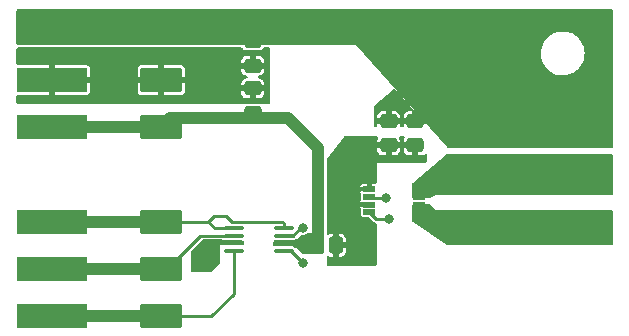
<source format=gbr>
%TF.GenerationSoftware,KiCad,Pcbnew,(6.0.4)*%
%TF.CreationDate,2022-10-31T11:49:10-04:00*%
%TF.ProjectId,switcher board,73776974-6368-4657-9220-626f6172642e,rev?*%
%TF.SameCoordinates,Original*%
%TF.FileFunction,Copper,L1,Top*%
%TF.FilePolarity,Positive*%
%FSLAX46Y46*%
G04 Gerber Fmt 4.6, Leading zero omitted, Abs format (unit mm)*
G04 Created by KiCad (PCBNEW (6.0.4)) date 2022-10-31 11:49:10*
%MOMM*%
%LPD*%
G01*
G04 APERTURE LIST*
G04 Aperture macros list*
%AMRoundRect*
0 Rectangle with rounded corners*
0 $1 Rounding radius*
0 $2 $3 $4 $5 $6 $7 $8 $9 X,Y pos of 4 corners*
0 Add a 4 corners polygon primitive as box body*
4,1,4,$2,$3,$4,$5,$6,$7,$8,$9,$2,$3,0*
0 Add four circle primitives for the rounded corners*
1,1,$1+$1,$2,$3*
1,1,$1+$1,$4,$5*
1,1,$1+$1,$6,$7*
1,1,$1+$1,$8,$9*
0 Add four rect primitives between the rounded corners*
20,1,$1+$1,$2,$3,$4,$5,0*
20,1,$1+$1,$4,$5,$6,$7,0*
20,1,$1+$1,$6,$7,$8,$9,0*
20,1,$1+$1,$8,$9,$2,$3,0*%
G04 Aperture macros list end*
%TA.AperFunction,SMDPad,CuDef*%
%ADD10RoundRect,0.250000X-0.475000X0.337500X-0.475000X-0.337500X0.475000X-0.337500X0.475000X0.337500X0*%
%TD*%
%TA.AperFunction,SMDPad,CuDef*%
%ADD11RoundRect,0.250000X0.475000X-0.337500X0.475000X0.337500X-0.475000X0.337500X-0.475000X-0.337500X0*%
%TD*%
%TA.AperFunction,SMDPad,CuDef*%
%ADD12RoundRect,0.250000X-0.337500X-0.475000X0.337500X-0.475000X0.337500X0.475000X-0.337500X0.475000X0*%
%TD*%
%TA.AperFunction,SMDPad,CuDef*%
%ADD13RoundRect,0.100000X-0.712500X-0.100000X0.712500X-0.100000X0.712500X0.100000X-0.712500X0.100000X0*%
%TD*%
%TA.AperFunction,SMDPad,CuDef*%
%ADD14RoundRect,0.019000X-0.501000X0.171000X-0.501000X-0.171000X0.501000X-0.171000X0.501000X0.171000X0*%
%TD*%
%TA.AperFunction,SMDPad,CuDef*%
%ADD15RoundRect,0.100000X1.650000X0.900000X-1.650000X0.900000X-1.650000X-0.900000X1.650000X-0.900000X0*%
%TD*%
%TA.AperFunction,SMDPad,CuDef*%
%ADD16RoundRect,0.100000X2.900000X0.900000X-2.900000X0.900000X-2.900000X-0.900000X2.900000X-0.900000X0*%
%TD*%
%TA.AperFunction,SMDPad,CuDef*%
%ADD17RoundRect,0.100000X-1.650000X-0.900000X1.650000X-0.900000X1.650000X0.900000X-1.650000X0.900000X0*%
%TD*%
%TA.AperFunction,SMDPad,CuDef*%
%ADD18RoundRect,0.100000X-2.900000X-0.900000X2.900000X-0.900000X2.900000X0.900000X-2.900000X0.900000X0*%
%TD*%
%TA.AperFunction,ViaPad*%
%ADD19C,0.800000*%
%TD*%
%TA.AperFunction,Conductor*%
%ADD20C,1.000000*%
%TD*%
%TA.AperFunction,Conductor*%
%ADD21C,0.250000*%
%TD*%
G04 APERTURE END LIST*
D10*
%TO.P,C5,1*%
%TO.N,+24V*%
X167260000Y-95962500D03*
%TO.P,C5,2*%
%TO.N,GND*%
X167260000Y-98037500D03*
%TD*%
%TO.P,C4,1*%
%TO.N,+24V*%
X165000000Y-95962500D03*
%TO.P,C4,2*%
%TO.N,GND*%
X165000000Y-98037500D03*
%TD*%
D11*
%TO.P,C3,1*%
%TO.N,+12V*%
X153500000Y-95287500D03*
%TO.P,C3,2*%
%TO.N,GND*%
X153500000Y-93212500D03*
%TD*%
D10*
%TO.P,C2,1*%
%TO.N,+24V*%
X153500000Y-89212500D03*
%TO.P,C2,2*%
%TO.N,GND*%
X153500000Y-91287500D03*
%TD*%
D12*
%TO.P,C1,2*%
%TO.N,GND*%
X160537500Y-106500000D03*
%TO.P,C1,1*%
%TO.N,+12V*%
X158462500Y-106500000D03*
%TD*%
D13*
%TO.P,U1,1,EN_A*%
%TO.N,/EN*%
X151887500Y-105025000D03*
%TO.P,U1,2,IN_A*%
%TO.N,/CW*%
X151887500Y-105675000D03*
%TO.P,U1,3,GND*%
%TO.N,GND*%
X151887500Y-106325000D03*
%TO.P,U1,4,IN_B*%
%TO.N,/WW*%
X151887500Y-106975000D03*
%TO.P,U1,5,OUT_B*%
%TO.N,Net-(Q1-Pad4)*%
X156112500Y-106975000D03*
%TO.P,U1,6,Vdd*%
%TO.N,+12V*%
X156112500Y-106325000D03*
%TO.P,U1,7,OUT_A*%
%TO.N,Net-(Q1-Pad2)*%
X156112500Y-105675000D03*
%TO.P,U1,8,EN_B*%
%TO.N,/EN*%
X156112500Y-105025000D03*
%TD*%
D14*
%TO.P,Q1,1,S2*%
%TO.N,GND*%
X163380000Y-101750000D03*
%TO.P,Q1,2,G2*%
%TO.N,Net-(Q1-Pad2)*%
X163380000Y-102400000D03*
%TO.P,Q1,3,S2*%
%TO.N,GND*%
X163380000Y-103050000D03*
%TO.P,Q1,4,G2*%
%TO.N,Net-(Q1-Pad4)*%
X163380000Y-103700000D03*
%TO.P,Q1,5,D2*%
%TO.N,/WW_Gnd*%
X167620000Y-103700000D03*
%TO.P,Q1,6,D2*%
X167620000Y-103050000D03*
%TO.P,Q1,7,D2*%
%TO.N,/CW_Gnd*%
X167620000Y-102400000D03*
%TO.P,Q1,8,D2*%
X167620000Y-101750000D03*
%TD*%
D15*
%TO.P,J3,1,Pin_1*%
%TO.N,/WW_Gnd*%
X171750000Y-104500000D03*
D16*
X181000000Y-104500000D03*
%TO.P,J3,2,Pin_2*%
%TO.N,/CW_Gnd*%
X181000000Y-100500000D03*
D15*
X171750000Y-100500000D03*
%TO.P,J3,3,Pin_3*%
%TO.N,+24V*%
X171750000Y-96500000D03*
D16*
X181000000Y-96500000D03*
%TD*%
D17*
%TO.P,J2,1,Pin_1*%
%TO.N,/EN*%
X145750000Y-104500000D03*
D18*
X136500000Y-104500000D03*
%TO.P,J2,2,Pin_2*%
%TO.N,/CW*%
X136500000Y-108500000D03*
D17*
X145750000Y-108500000D03*
%TO.P,J2,3,Pin_3*%
%TO.N,/WW*%
X145750000Y-112500000D03*
D18*
X136500000Y-112500000D03*
%TD*%
D17*
%TO.P,J1,1,Pin_1*%
%TO.N,+24V*%
X145750000Y-88500000D03*
D18*
X136500000Y-88500000D03*
%TO.P,J1,2,Pin_2*%
%TO.N,GND*%
X136500000Y-92500000D03*
D17*
X145750000Y-92500000D03*
%TO.P,J1,3,Pin_3*%
%TO.N,+12V*%
X145750000Y-96500000D03*
D18*
X136500000Y-96500000D03*
%TD*%
D19*
%TO.N,GND*%
X151746634Y-91997651D03*
X151750000Y-93000000D03*
X150746634Y-91997651D03*
X150750000Y-93000000D03*
X149746634Y-91997651D03*
X149750000Y-93000000D03*
X149500000Y-108250000D03*
X150250000Y-107500000D03*
X148750000Y-107500000D03*
X149500000Y-106750000D03*
X148750000Y-93000000D03*
X148746634Y-91997651D03*
%TO.N,Net-(Q1-Pad4)*%
X165000000Y-104250000D03*
X157750000Y-108000000D03*
%TO.N,Net-(Q1-Pad2)*%
X164750000Y-102500000D03*
X157750000Y-105000000D03*
%TO.N,GND*%
X162000000Y-100250000D03*
X161000000Y-100250000D03*
X162000000Y-104500000D03*
X161000000Y-104500000D03*
X161500000Y-103750000D03*
X161996044Y-102995965D03*
X161000000Y-103000000D03*
X162000000Y-101750000D03*
X161000000Y-101750000D03*
X161500000Y-101000000D03*
%TD*%
D20*
%TO.N,+12V*%
X159000000Y-106000000D02*
X158500000Y-106500000D01*
X158500000Y-106500000D02*
X158462500Y-106500000D01*
X146500000Y-95750000D02*
X156500000Y-95750000D01*
X156500000Y-95750000D02*
X159000000Y-98250000D01*
X145750000Y-96500000D02*
X146500000Y-95750000D01*
X159000000Y-98250000D02*
X159000000Y-106000000D01*
X136500000Y-96500000D02*
X145750000Y-96500000D01*
D21*
%TO.N,/EN*%
X156112500Y-104612500D02*
X156112500Y-105025000D01*
X156000000Y-104500000D02*
X156112500Y-104612500D01*
X151750000Y-104500000D02*
X156000000Y-104500000D01*
X151250000Y-104000000D02*
X151750000Y-104500000D01*
X150250000Y-104000000D02*
X151250000Y-104000000D01*
X149750000Y-104500000D02*
X150250000Y-104000000D01*
%TO.N,Net-(Q1-Pad2)*%
X163480000Y-102500000D02*
X163380000Y-102400000D01*
X164750000Y-102500000D02*
X163480000Y-102500000D01*
%TO.N,/WW*%
X150000000Y-112500000D02*
X145750000Y-112500000D01*
X151887500Y-110612500D02*
X150000000Y-112500000D01*
X151887500Y-106975000D02*
X151887500Y-110612500D01*
%TO.N,/CW*%
X149075000Y-105675000D02*
X151887500Y-105675000D01*
X146250000Y-108500000D02*
X149075000Y-105675000D01*
X145750000Y-108500000D02*
X146250000Y-108500000D01*
%TO.N,/EN*%
X149750000Y-104500000D02*
X145750000Y-104500000D01*
X150275000Y-105025000D02*
X149750000Y-104500000D01*
X151887500Y-105025000D02*
X150275000Y-105025000D01*
D20*
%TO.N,/WW*%
X136500000Y-112500000D02*
X145750000Y-112500000D01*
%TO.N,/CW*%
X136500000Y-108500000D02*
X145750000Y-108500000D01*
%TO.N,/EN*%
X136500000Y-104500000D02*
X145750000Y-104500000D01*
D21*
%TO.N,Net-(Q1-Pad4)*%
X156725000Y-106975000D02*
X157750000Y-108000000D01*
X156112500Y-106975000D02*
X156725000Y-106975000D01*
X163930000Y-104250000D02*
X163380000Y-103700000D01*
X165000000Y-104250000D02*
X163930000Y-104250000D01*
%TO.N,Net-(Q1-Pad2)*%
X157699639Y-105050361D02*
X157750000Y-105000000D01*
X157500000Y-105050361D02*
X157699639Y-105050361D01*
X156875361Y-105675000D02*
X157500000Y-105050361D01*
X156112500Y-105675000D02*
X156875361Y-105675000D01*
%TD*%
%TA.AperFunction,Conductor*%
%TO.N,/CW_Gnd*%
G36*
X183942121Y-98770002D02*
G01*
X183988614Y-98823658D01*
X184000000Y-98876000D01*
X184000000Y-102124000D01*
X183979998Y-102192121D01*
X183926342Y-102238614D01*
X183874000Y-102250000D01*
X169000000Y-102250000D01*
X168526604Y-102486698D01*
X168470255Y-102500000D01*
X167126000Y-102500000D01*
X167057879Y-102479998D01*
X167011386Y-102426342D01*
X167000000Y-102374000D01*
X167000000Y-101309015D01*
X167020002Y-101240894D01*
X167045337Y-101212219D01*
X169964955Y-98779204D01*
X170030092Y-98750960D01*
X170045618Y-98750000D01*
X183874000Y-98750000D01*
X183942121Y-98770002D01*
G37*
%TD.AperFunction*%
%TD*%
%TA.AperFunction,Conductor*%
%TO.N,/WW_Gnd*%
G36*
X168515931Y-103020002D02*
G01*
X168536905Y-103036905D01*
X169000000Y-103500000D01*
X183874000Y-103500000D01*
X183942121Y-103520002D01*
X183988614Y-103573658D01*
X184000000Y-103626000D01*
X184000000Y-106374000D01*
X183979998Y-106442121D01*
X183926342Y-106488614D01*
X183874000Y-106500000D01*
X170038149Y-106500000D01*
X169968257Y-106478838D01*
X167056108Y-104537405D01*
X167010523Y-104482976D01*
X167000000Y-104432567D01*
X167000000Y-103126000D01*
X167020002Y-103057879D01*
X167073658Y-103011386D01*
X167126000Y-103000000D01*
X168447810Y-103000000D01*
X168515931Y-103020002D01*
G37*
%TD.AperFunction*%
%TD*%
%TA.AperFunction,Conductor*%
%TO.N,+24V*%
G36*
X183942121Y-86520002D02*
G01*
X183988614Y-86573658D01*
X184000000Y-86626000D01*
X184000000Y-98124000D01*
X183979998Y-98192121D01*
X183926342Y-98238614D01*
X183874000Y-98250000D01*
X170056716Y-98250000D01*
X169988595Y-98229998D01*
X169962394Y-98207542D01*
X169948736Y-98192121D01*
X162951570Y-90292095D01*
X177895028Y-90292095D01*
X177920534Y-90559431D01*
X177984364Y-90820285D01*
X178085182Y-91069192D01*
X178220875Y-91300938D01*
X178223728Y-91304505D01*
X178335225Y-91443925D01*
X178388601Y-91510669D01*
X178584846Y-91693991D01*
X178608455Y-91710369D01*
X178801746Y-91844461D01*
X178801751Y-91844464D01*
X178805499Y-91847064D01*
X178809584Y-91849096D01*
X178809587Y-91849098D01*
X178925719Y-91906872D01*
X179045938Y-91966680D01*
X179050272Y-91968101D01*
X179050275Y-91968102D01*
X179296793Y-92048915D01*
X179296798Y-92048916D01*
X179301126Y-92050335D01*
X179305617Y-92051115D01*
X179305618Y-92051115D01*
X179561936Y-92095620D01*
X179561944Y-92095621D01*
X179565717Y-92096276D01*
X179569554Y-92096467D01*
X179648996Y-92100422D01*
X179649004Y-92100422D01*
X179650567Y-92100500D01*
X179818223Y-92100500D01*
X179820491Y-92100335D01*
X179820503Y-92100335D01*
X179950823Y-92090879D01*
X180017846Y-92086016D01*
X180022301Y-92085032D01*
X180022304Y-92085032D01*
X180275620Y-92029105D01*
X180275624Y-92029104D01*
X180280080Y-92028120D01*
X180493797Y-91947150D01*
X180526941Y-91934593D01*
X180526944Y-91934592D01*
X180531211Y-91932975D01*
X180765976Y-91802574D01*
X180908254Y-91693991D01*
X180975833Y-91642417D01*
X180975837Y-91642413D01*
X180979458Y-91639650D01*
X181167185Y-91447614D01*
X181325225Y-91230491D01*
X181412313Y-91064963D01*
X181448140Y-90996868D01*
X181448143Y-90996862D01*
X181450265Y-90992828D01*
X181509703Y-90824515D01*
X181538165Y-90743916D01*
X181538165Y-90743915D01*
X181539688Y-90739603D01*
X181586425Y-90502481D01*
X181590739Y-90480594D01*
X181590740Y-90480588D01*
X181591620Y-90476122D01*
X181591847Y-90471566D01*
X181604745Y-90212474D01*
X181604745Y-90212468D01*
X181604972Y-90207905D01*
X181579466Y-89940569D01*
X181515636Y-89679715D01*
X181414818Y-89430808D01*
X181279125Y-89199062D01*
X181168211Y-89060371D01*
X181114251Y-88992897D01*
X181114250Y-88992895D01*
X181111399Y-88989331D01*
X180915154Y-88806009D01*
X180755436Y-88695208D01*
X180698254Y-88655539D01*
X180698249Y-88655536D01*
X180694501Y-88652936D01*
X180690416Y-88650904D01*
X180690413Y-88650902D01*
X180518560Y-88565407D01*
X180454062Y-88533320D01*
X180449728Y-88531899D01*
X180449725Y-88531898D01*
X180203207Y-88451085D01*
X180203202Y-88451084D01*
X180198874Y-88449665D01*
X180194382Y-88448885D01*
X179938064Y-88404380D01*
X179938056Y-88404379D01*
X179934283Y-88403724D01*
X179925622Y-88403293D01*
X179851004Y-88399578D01*
X179850996Y-88399578D01*
X179849433Y-88399500D01*
X179681777Y-88399500D01*
X179679509Y-88399665D01*
X179679497Y-88399665D01*
X179549177Y-88409121D01*
X179482154Y-88413984D01*
X179477699Y-88414968D01*
X179477696Y-88414968D01*
X179224380Y-88470895D01*
X179224376Y-88470896D01*
X179219920Y-88471880D01*
X179094355Y-88519452D01*
X178973059Y-88565407D01*
X178973056Y-88565408D01*
X178968789Y-88567025D01*
X178734024Y-88697426D01*
X178730392Y-88700198D01*
X178524167Y-88857583D01*
X178524163Y-88857587D01*
X178520542Y-88860350D01*
X178332815Y-89052386D01*
X178174775Y-89269509D01*
X178172651Y-89273547D01*
X178051860Y-89503132D01*
X178051857Y-89503138D01*
X178049735Y-89507172D01*
X178048215Y-89511477D01*
X178048213Y-89511481D01*
X177988804Y-89679715D01*
X177960312Y-89760397D01*
X177908380Y-90023878D01*
X177908153Y-90028431D01*
X177908153Y-90028434D01*
X177898992Y-90212474D01*
X177895028Y-90292095D01*
X162951570Y-90292095D01*
X162250000Y-89500000D01*
X133626000Y-89500000D01*
X133557879Y-89479998D01*
X133511386Y-89426342D01*
X133500000Y-89374000D01*
X133500000Y-86626000D01*
X133520002Y-86557879D01*
X133573658Y-86511386D01*
X133626000Y-86500000D01*
X183874000Y-86500000D01*
X183942121Y-86520002D01*
G37*
%TD.AperFunction*%
%TD*%
%TA.AperFunction,Conductor*%
%TO.N,GND*%
G36*
X164000000Y-101184000D02*
G01*
X163979998Y-101252121D01*
X163926342Y-101298614D01*
X163874000Y-101310000D01*
X163588115Y-101310000D01*
X163572876Y-101314475D01*
X163571671Y-101315865D01*
X163570000Y-101323548D01*
X163570000Y-101814000D01*
X163549998Y-101882121D01*
X163496342Y-101928614D01*
X163444000Y-101940000D01*
X162628115Y-101940000D01*
X162612876Y-101944475D01*
X162611671Y-101945865D01*
X162610830Y-101949733D01*
X162611207Y-101953561D01*
X162623187Y-102013790D01*
X162632501Y-102036275D01*
X162650539Y-102063271D01*
X162671753Y-102131024D01*
X162669352Y-102157853D01*
X162659500Y-102207383D01*
X162659501Y-102592616D01*
X162660708Y-102598684D01*
X162660708Y-102598685D01*
X162669353Y-102642148D01*
X162663024Y-102712862D01*
X162650538Y-102736731D01*
X162632502Y-102763724D01*
X162623187Y-102786210D01*
X162611259Y-102846174D01*
X162614475Y-102857124D01*
X162615865Y-102858329D01*
X162623548Y-102860000D01*
X163444000Y-102860000D01*
X163512121Y-102880002D01*
X163558614Y-102933658D01*
X163570000Y-102986000D01*
X163570000Y-103114000D01*
X163549998Y-103182121D01*
X163496342Y-103228614D01*
X163444000Y-103240000D01*
X162628115Y-103240000D01*
X162612876Y-103244475D01*
X162611671Y-103245865D01*
X162610830Y-103249733D01*
X162611207Y-103253561D01*
X162623187Y-103313790D01*
X162632501Y-103336275D01*
X162650539Y-103363271D01*
X162671753Y-103431024D01*
X162669352Y-103457853D01*
X162659500Y-103507383D01*
X162659501Y-103892616D01*
X162672236Y-103956645D01*
X162720750Y-104029250D01*
X162793355Y-104077764D01*
X162805524Y-104080185D01*
X162805525Y-104080185D01*
X162851315Y-104089293D01*
X162857383Y-104090500D01*
X163257983Y-104090500D01*
X163326104Y-104110502D01*
X163347078Y-104127405D01*
X163685895Y-104466222D01*
X163693321Y-104474325D01*
X163717545Y-104503194D01*
X163750184Y-104522038D01*
X163759452Y-104527942D01*
X163790316Y-104549553D01*
X163800962Y-104552406D01*
X163804130Y-104553883D01*
X163807407Y-104555076D01*
X163816955Y-104560588D01*
X163846508Y-104565799D01*
X163854069Y-104567132D01*
X163864804Y-104569512D01*
X163901193Y-104579263D01*
X163900465Y-104581980D01*
X163951096Y-104601783D01*
X163992738Y-104659285D01*
X164000000Y-104701443D01*
X164000000Y-108124000D01*
X163979998Y-108192121D01*
X163926342Y-108238614D01*
X163874000Y-108250000D01*
X159876000Y-108250000D01*
X159807879Y-108229998D01*
X159761386Y-108176342D01*
X159750000Y-108124000D01*
X159750000Y-107514522D01*
X159770002Y-107446401D01*
X159823658Y-107399908D01*
X159893932Y-107389804D01*
X159941697Y-107409604D01*
X159942362Y-107408389D01*
X159965823Y-107421233D01*
X160084133Y-107465586D01*
X160099379Y-107469211D01*
X160149271Y-107474631D01*
X160156085Y-107475000D01*
X160265385Y-107475000D01*
X160280624Y-107470525D01*
X160281829Y-107469135D01*
X160283500Y-107461452D01*
X160283500Y-107456885D01*
X160791500Y-107456885D01*
X160795975Y-107472124D01*
X160797365Y-107473329D01*
X160805048Y-107475000D01*
X160918915Y-107475000D01*
X160925729Y-107474631D01*
X160975621Y-107469211D01*
X160990867Y-107465586D01*
X161109177Y-107421233D01*
X161124763Y-107412701D01*
X161225009Y-107337570D01*
X161237570Y-107325009D01*
X161312701Y-107224763D01*
X161321233Y-107209177D01*
X161365586Y-107090867D01*
X161369211Y-107075621D01*
X161374631Y-107025729D01*
X161375000Y-107018915D01*
X161375000Y-106772115D01*
X161370525Y-106756876D01*
X161369135Y-106755671D01*
X161361452Y-106754000D01*
X160809615Y-106754000D01*
X160794376Y-106758475D01*
X160793171Y-106759865D01*
X160791500Y-106767548D01*
X160791500Y-107456885D01*
X160283500Y-107456885D01*
X160283500Y-106227885D01*
X160791500Y-106227885D01*
X160795975Y-106243124D01*
X160797365Y-106244329D01*
X160805048Y-106246000D01*
X161356885Y-106246000D01*
X161372124Y-106241525D01*
X161373329Y-106240135D01*
X161375000Y-106232452D01*
X161375000Y-105981085D01*
X161374631Y-105974271D01*
X161369211Y-105924379D01*
X161365586Y-105909133D01*
X161321233Y-105790823D01*
X161312701Y-105775237D01*
X161237570Y-105674991D01*
X161225009Y-105662430D01*
X161124763Y-105587299D01*
X161109177Y-105578767D01*
X160990867Y-105534414D01*
X160975621Y-105530789D01*
X160925729Y-105525369D01*
X160918915Y-105525000D01*
X160809615Y-105525000D01*
X160794376Y-105529475D01*
X160793171Y-105530865D01*
X160791500Y-105538548D01*
X160791500Y-106227885D01*
X160283500Y-106227885D01*
X160283500Y-105543115D01*
X160279025Y-105527876D01*
X160277635Y-105526671D01*
X160269952Y-105525000D01*
X160156085Y-105525000D01*
X160149271Y-105525369D01*
X160099379Y-105530789D01*
X160084133Y-105534414D01*
X159965823Y-105578767D01*
X159942362Y-105591611D01*
X159941513Y-105590061D01*
X159885054Y-105611152D01*
X159815672Y-105596097D01*
X159765444Y-105545921D01*
X159750000Y-105485478D01*
X159750000Y-101546174D01*
X162611259Y-101546174D01*
X162614475Y-101557124D01*
X162615865Y-101558329D01*
X162623548Y-101560000D01*
X163171885Y-101560000D01*
X163187124Y-101555525D01*
X163188329Y-101554135D01*
X163190000Y-101546452D01*
X163190000Y-101328115D01*
X163185525Y-101312876D01*
X163184135Y-101311671D01*
X163176452Y-101310000D01*
X162858693Y-101310000D01*
X162846439Y-101311207D01*
X162786210Y-101323187D01*
X162763724Y-101332501D01*
X162695378Y-101378169D01*
X162678169Y-101395378D01*
X162632501Y-101463724D01*
X162623187Y-101486210D01*
X162611259Y-101546174D01*
X159750000Y-101546174D01*
X159750000Y-99292000D01*
X159762332Y-99250000D01*
X164000000Y-99250000D01*
X164000000Y-101184000D01*
G37*
%TD.AperFunction*%
%TD*%
%TA.AperFunction,Conductor*%
%TO.N,+12V*%
G36*
X159442121Y-105520002D02*
G01*
X159488614Y-105573658D01*
X159500000Y-105626000D01*
X159500000Y-107124000D01*
X159479998Y-107192121D01*
X159426342Y-107238614D01*
X159374000Y-107250000D01*
X157802190Y-107250000D01*
X157734069Y-107229998D01*
X157713095Y-107213095D01*
X157250000Y-106750000D01*
X157173741Y-106750000D01*
X157105620Y-106729998D01*
X157077207Y-106702450D01*
X157076939Y-106701847D01*
X156997713Y-106622759D01*
X156987076Y-106618056D01*
X156987074Y-106618055D01*
X156903992Y-106581325D01*
X156903993Y-106581325D01*
X156895327Y-106577494D01*
X156869646Y-106574500D01*
X155376000Y-106574500D01*
X155307879Y-106554498D01*
X155261386Y-106500842D01*
X155250000Y-106448500D01*
X155250000Y-106201500D01*
X155270002Y-106133379D01*
X155323658Y-106086886D01*
X155376000Y-106075500D01*
X156869646Y-106075500D01*
X156873350Y-106075059D01*
X156873353Y-106075059D01*
X156880746Y-106074179D01*
X156895846Y-106072382D01*
X156998153Y-106026939D01*
X157003633Y-106021450D01*
X157072713Y-106000000D01*
X157250000Y-106000000D01*
X157612675Y-105637325D01*
X157674987Y-105603299D01*
X157718215Y-105601498D01*
X157741809Y-105604604D01*
X157741812Y-105604604D01*
X157750000Y-105605682D01*
X157758188Y-105604604D01*
X157898574Y-105586122D01*
X157906762Y-105585044D01*
X158052841Y-105524536D01*
X158059393Y-105519509D01*
X158063946Y-105516880D01*
X158126945Y-105500000D01*
X159374000Y-105500000D01*
X159442121Y-105520002D01*
G37*
%TD.AperFunction*%
%TD*%
%TA.AperFunction,Conductor*%
%TO.N,GND*%
G36*
X150996849Y-106021812D02*
G01*
X151002287Y-106027241D01*
X151104673Y-106072506D01*
X151130354Y-106075500D01*
X152624000Y-106075500D01*
X152692121Y-106095502D01*
X152738614Y-106149158D01*
X152750000Y-106201500D01*
X152750000Y-106374000D01*
X152729998Y-106442121D01*
X152676342Y-106488614D01*
X152624000Y-106500000D01*
X150750000Y-106500000D01*
X150750000Y-107947810D01*
X150729998Y-108015931D01*
X150713095Y-108036905D01*
X150036905Y-108713095D01*
X149974593Y-108747121D01*
X149947810Y-108750000D01*
X148376000Y-108750000D01*
X148307879Y-108729998D01*
X148261386Y-108676342D01*
X148250000Y-108624000D01*
X148250000Y-107052190D01*
X148270002Y-106984069D01*
X148286905Y-106963095D01*
X149212595Y-106037405D01*
X149274907Y-106003379D01*
X149301690Y-106000500D01*
X150927999Y-106000500D01*
X150996849Y-106021812D01*
G37*
%TD.AperFunction*%
%TD*%
%TA.AperFunction,Conductor*%
%TO.N,GND*%
G36*
X152617171Y-89770002D02*
G01*
X152650401Y-89801141D01*
X152697255Y-89864576D01*
X152697258Y-89864579D01*
X152702850Y-89872150D01*
X152710421Y-89877742D01*
X152804243Y-89947041D01*
X152804246Y-89947042D01*
X152811816Y-89952634D01*
X152939631Y-89997519D01*
X152947277Y-89998242D01*
X152947278Y-89998242D01*
X152953248Y-89998806D01*
X152971166Y-90000500D01*
X154028834Y-90000500D01*
X154046752Y-89998806D01*
X154052722Y-89998242D01*
X154052723Y-89998242D01*
X154060369Y-89997519D01*
X154188184Y-89952634D01*
X154195754Y-89947042D01*
X154195757Y-89947041D01*
X154289579Y-89877742D01*
X154297150Y-89872150D01*
X154302742Y-89864579D01*
X154302745Y-89864576D01*
X154349599Y-89801141D01*
X154406160Y-89758230D01*
X154450950Y-89750000D01*
X154874000Y-89750000D01*
X154942121Y-89770002D01*
X154988614Y-89823658D01*
X155000000Y-89876000D01*
X155000000Y-94374000D01*
X154979998Y-94442121D01*
X154926342Y-94488614D01*
X154874000Y-94500000D01*
X154039441Y-94500000D01*
X154033508Y-94499860D01*
X154031781Y-94499779D01*
X154028834Y-94499500D01*
X152971166Y-94499500D01*
X152968219Y-94499779D01*
X152966492Y-94499860D01*
X152960559Y-94500000D01*
X133626000Y-94500000D01*
X133557879Y-94479998D01*
X133511386Y-94426342D01*
X133500000Y-94374000D01*
X133500000Y-93876000D01*
X133520002Y-93807879D01*
X133573658Y-93761386D01*
X133626000Y-93750000D01*
X136227885Y-93750000D01*
X136243124Y-93745525D01*
X136244329Y-93744135D01*
X136246000Y-93736452D01*
X136246000Y-93731884D01*
X136754000Y-93731884D01*
X136758475Y-93747123D01*
X136759865Y-93748328D01*
X136767548Y-93749999D01*
X139428568Y-93749999D01*
X139437734Y-93749328D01*
X139492278Y-93741300D01*
X139510759Y-93735557D01*
X139597213Y-93693111D01*
X139613918Y-93681151D01*
X139681523Y-93613428D01*
X139693455Y-93596700D01*
X139735755Y-93510162D01*
X139741463Y-93491694D01*
X139749340Y-93437703D01*
X139750000Y-93428604D01*
X139750000Y-93428568D01*
X143750001Y-93428568D01*
X143750672Y-93437734D01*
X143758700Y-93492278D01*
X143764443Y-93510759D01*
X143806889Y-93597213D01*
X143818849Y-93613918D01*
X143886572Y-93681523D01*
X143903300Y-93693455D01*
X143989838Y-93735755D01*
X144008306Y-93741463D01*
X144062297Y-93749340D01*
X144071396Y-93750000D01*
X145477885Y-93750000D01*
X145493124Y-93745525D01*
X145494329Y-93744135D01*
X145496000Y-93736452D01*
X145496000Y-93731884D01*
X146004000Y-93731884D01*
X146008475Y-93747123D01*
X146009865Y-93748328D01*
X146017548Y-93749999D01*
X147428568Y-93749999D01*
X147437734Y-93749328D01*
X147492278Y-93741300D01*
X147510759Y-93735557D01*
X147597213Y-93693111D01*
X147613918Y-93681151D01*
X147681523Y-93613428D01*
X147693455Y-93596700D01*
X147694816Y-93593915D01*
X152525000Y-93593915D01*
X152525369Y-93600729D01*
X152530789Y-93650621D01*
X152534414Y-93665867D01*
X152578767Y-93784177D01*
X152587299Y-93799763D01*
X152662430Y-93900009D01*
X152674991Y-93912570D01*
X152775237Y-93987701D01*
X152790823Y-93996233D01*
X152909133Y-94040586D01*
X152924379Y-94044211D01*
X152974271Y-94049631D01*
X152981085Y-94050000D01*
X153227885Y-94050000D01*
X153243124Y-94045525D01*
X153244329Y-94044135D01*
X153246000Y-94036452D01*
X153246000Y-94031885D01*
X153754000Y-94031885D01*
X153758475Y-94047124D01*
X153759865Y-94048329D01*
X153767548Y-94050000D01*
X154018915Y-94050000D01*
X154025729Y-94049631D01*
X154075621Y-94044211D01*
X154090867Y-94040586D01*
X154209177Y-93996233D01*
X154224763Y-93987701D01*
X154325009Y-93912570D01*
X154337570Y-93900009D01*
X154412701Y-93799763D01*
X154421233Y-93784177D01*
X154465586Y-93665867D01*
X154469211Y-93650621D01*
X154474631Y-93600729D01*
X154475000Y-93593915D01*
X154475000Y-93484615D01*
X154470525Y-93469376D01*
X154469135Y-93468171D01*
X154461452Y-93466500D01*
X153772115Y-93466500D01*
X153756876Y-93470975D01*
X153755671Y-93472365D01*
X153754000Y-93480048D01*
X153754000Y-94031885D01*
X153246000Y-94031885D01*
X153246000Y-93484615D01*
X153241525Y-93469376D01*
X153240135Y-93468171D01*
X153232452Y-93466500D01*
X152543115Y-93466500D01*
X152527876Y-93470975D01*
X152526671Y-93472365D01*
X152525000Y-93480048D01*
X152525000Y-93593915D01*
X147694816Y-93593915D01*
X147735755Y-93510162D01*
X147741463Y-93491694D01*
X147749340Y-93437703D01*
X147750000Y-93428604D01*
X147750000Y-92940385D01*
X152525000Y-92940385D01*
X152529475Y-92955624D01*
X152530865Y-92956829D01*
X152538548Y-92958500D01*
X154456885Y-92958500D01*
X154472124Y-92954025D01*
X154473329Y-92952635D01*
X154475000Y-92944952D01*
X154475000Y-92831085D01*
X154474631Y-92824271D01*
X154469211Y-92774379D01*
X154465586Y-92759133D01*
X154421233Y-92640823D01*
X154412701Y-92625237D01*
X154337570Y-92524991D01*
X154325009Y-92512430D01*
X154224763Y-92437299D01*
X154209177Y-92428767D01*
X154090867Y-92384414D01*
X154075621Y-92380789D01*
X154024753Y-92375263D01*
X153959191Y-92348021D01*
X153918765Y-92289658D01*
X153916310Y-92218704D01*
X153952605Y-92157686D01*
X154016127Y-92125977D01*
X154024753Y-92124737D01*
X154075621Y-92119211D01*
X154090867Y-92115586D01*
X154209177Y-92071233D01*
X154224763Y-92062701D01*
X154325009Y-91987570D01*
X154337570Y-91975009D01*
X154412701Y-91874763D01*
X154421233Y-91859177D01*
X154465586Y-91740867D01*
X154469211Y-91725621D01*
X154474631Y-91675729D01*
X154475000Y-91668915D01*
X154475000Y-91559615D01*
X154470525Y-91544376D01*
X154469135Y-91543171D01*
X154461452Y-91541500D01*
X152543115Y-91541500D01*
X152527876Y-91545975D01*
X152526671Y-91547365D01*
X152525000Y-91555048D01*
X152525000Y-91668915D01*
X152525369Y-91675729D01*
X152530789Y-91725621D01*
X152534414Y-91740867D01*
X152578767Y-91859177D01*
X152587299Y-91874763D01*
X152662430Y-91975009D01*
X152674991Y-91987570D01*
X152775237Y-92062701D01*
X152790823Y-92071233D01*
X152909133Y-92115586D01*
X152924379Y-92119211D01*
X152975247Y-92124737D01*
X153040809Y-92151979D01*
X153081235Y-92210342D01*
X153083690Y-92281296D01*
X153047395Y-92342314D01*
X152983873Y-92374023D01*
X152975247Y-92375263D01*
X152924379Y-92380789D01*
X152909133Y-92384414D01*
X152790823Y-92428767D01*
X152775237Y-92437299D01*
X152674991Y-92512430D01*
X152662430Y-92524991D01*
X152587299Y-92625237D01*
X152578767Y-92640823D01*
X152534414Y-92759133D01*
X152530789Y-92774379D01*
X152525369Y-92824271D01*
X152525000Y-92831085D01*
X152525000Y-92940385D01*
X147750000Y-92940385D01*
X147750000Y-92772115D01*
X147745525Y-92756876D01*
X147744135Y-92755671D01*
X147736452Y-92754000D01*
X146022115Y-92754000D01*
X146006876Y-92758475D01*
X146005671Y-92759865D01*
X146004000Y-92767548D01*
X146004000Y-93731884D01*
X145496000Y-93731884D01*
X145496000Y-92772115D01*
X145491525Y-92756876D01*
X145490135Y-92755671D01*
X145482452Y-92754000D01*
X143768116Y-92754000D01*
X143752877Y-92758475D01*
X143751672Y-92759865D01*
X143750001Y-92767548D01*
X143750001Y-93428568D01*
X139750000Y-93428568D01*
X139750000Y-92772115D01*
X139745525Y-92756876D01*
X139744135Y-92755671D01*
X139736452Y-92754000D01*
X136772115Y-92754000D01*
X136756876Y-92758475D01*
X136755671Y-92759865D01*
X136754000Y-92767548D01*
X136754000Y-93731884D01*
X136246000Y-93731884D01*
X136246000Y-92227885D01*
X136754000Y-92227885D01*
X136758475Y-92243124D01*
X136759865Y-92244329D01*
X136767548Y-92246000D01*
X139731884Y-92246000D01*
X139747123Y-92241525D01*
X139748328Y-92240135D01*
X139749999Y-92232452D01*
X139749999Y-92227885D01*
X143750000Y-92227885D01*
X143754475Y-92243124D01*
X143755865Y-92244329D01*
X143763548Y-92246000D01*
X145477885Y-92246000D01*
X145493124Y-92241525D01*
X145494329Y-92240135D01*
X145496000Y-92232452D01*
X145496000Y-92227885D01*
X146004000Y-92227885D01*
X146008475Y-92243124D01*
X146009865Y-92244329D01*
X146017548Y-92246000D01*
X147731884Y-92246000D01*
X147747123Y-92241525D01*
X147748328Y-92240135D01*
X147749999Y-92232452D01*
X147749999Y-91571432D01*
X147749328Y-91562266D01*
X147741300Y-91507722D01*
X147735557Y-91489241D01*
X147693111Y-91402787D01*
X147681151Y-91386082D01*
X147613428Y-91318477D01*
X147596700Y-91306545D01*
X147510162Y-91264245D01*
X147491694Y-91258537D01*
X147437703Y-91250660D01*
X147428604Y-91250000D01*
X146022115Y-91250000D01*
X146006876Y-91254475D01*
X146005671Y-91255865D01*
X146004000Y-91263548D01*
X146004000Y-92227885D01*
X145496000Y-92227885D01*
X145496000Y-91268116D01*
X145491525Y-91252877D01*
X145490135Y-91251672D01*
X145482452Y-91250001D01*
X144071432Y-91250001D01*
X144062266Y-91250672D01*
X144007722Y-91258700D01*
X143989241Y-91264443D01*
X143902787Y-91306889D01*
X143886082Y-91318849D01*
X143818477Y-91386572D01*
X143806545Y-91403300D01*
X143764245Y-91489838D01*
X143758537Y-91508306D01*
X143750660Y-91562297D01*
X143750000Y-91571396D01*
X143750000Y-92227885D01*
X139749999Y-92227885D01*
X139749999Y-91571432D01*
X139749328Y-91562266D01*
X139741300Y-91507722D01*
X139735557Y-91489241D01*
X139693111Y-91402787D01*
X139681151Y-91386082D01*
X139613428Y-91318477D01*
X139596700Y-91306545D01*
X139510162Y-91264245D01*
X139491694Y-91258537D01*
X139437703Y-91250660D01*
X139428604Y-91250000D01*
X136772115Y-91250000D01*
X136756876Y-91254475D01*
X136755671Y-91255865D01*
X136754000Y-91263548D01*
X136754000Y-92227885D01*
X136246000Y-92227885D01*
X136246000Y-91268116D01*
X136241525Y-91252877D01*
X136240135Y-91251672D01*
X136232452Y-91250001D01*
X133626000Y-91250001D01*
X133557879Y-91229999D01*
X133511386Y-91176343D01*
X133500000Y-91124001D01*
X133500000Y-91015385D01*
X152525000Y-91015385D01*
X152529475Y-91030624D01*
X152530865Y-91031829D01*
X152538548Y-91033500D01*
X153227885Y-91033500D01*
X153243124Y-91029025D01*
X153244329Y-91027635D01*
X153246000Y-91019952D01*
X153246000Y-91015385D01*
X153754000Y-91015385D01*
X153758475Y-91030624D01*
X153759865Y-91031829D01*
X153767548Y-91033500D01*
X154456885Y-91033500D01*
X154472124Y-91029025D01*
X154473329Y-91027635D01*
X154475000Y-91019952D01*
X154475000Y-90906085D01*
X154474631Y-90899271D01*
X154469211Y-90849379D01*
X154465586Y-90834133D01*
X154421233Y-90715823D01*
X154412701Y-90700237D01*
X154337570Y-90599991D01*
X154325009Y-90587430D01*
X154224763Y-90512299D01*
X154209177Y-90503767D01*
X154090867Y-90459414D01*
X154075621Y-90455789D01*
X154025729Y-90450369D01*
X154018915Y-90450000D01*
X153772115Y-90450000D01*
X153756876Y-90454475D01*
X153755671Y-90455865D01*
X153754000Y-90463548D01*
X153754000Y-91015385D01*
X153246000Y-91015385D01*
X153246000Y-90468115D01*
X153241525Y-90452876D01*
X153240135Y-90451671D01*
X153232452Y-90450000D01*
X152981085Y-90450000D01*
X152974271Y-90450369D01*
X152924379Y-90455789D01*
X152909133Y-90459414D01*
X152790823Y-90503767D01*
X152775237Y-90512299D01*
X152674991Y-90587430D01*
X152662430Y-90599991D01*
X152587299Y-90700237D01*
X152578767Y-90715823D01*
X152534414Y-90834133D01*
X152530789Y-90849379D01*
X152525369Y-90899271D01*
X152525000Y-90906085D01*
X152525000Y-91015385D01*
X133500000Y-91015385D01*
X133500000Y-89876000D01*
X133520002Y-89807879D01*
X133573658Y-89761386D01*
X133626000Y-89750000D01*
X152549050Y-89750000D01*
X152617171Y-89770002D01*
G37*
%TD.AperFunction*%
%TD*%
%TA.AperFunction,Conductor*%
%TO.N,+24V*%
G36*
X167514000Y-95443226D02*
G01*
X167514000Y-95690385D01*
X167518475Y-95705624D01*
X167519865Y-95706829D01*
X167527548Y-95708500D01*
X167748957Y-95708500D01*
X168198900Y-96216500D01*
X166303115Y-96216500D01*
X166287876Y-96220975D01*
X166286671Y-96222365D01*
X166285000Y-96230048D01*
X166285000Y-96343915D01*
X166285369Y-96350724D01*
X166286419Y-96360390D01*
X166273892Y-96430273D01*
X166225572Y-96482289D01*
X166161156Y-96500000D01*
X166098844Y-96500000D01*
X166030723Y-96479998D01*
X165984230Y-96426342D01*
X165973581Y-96360390D01*
X165974631Y-96350724D01*
X165975000Y-96343915D01*
X165975000Y-96234615D01*
X165970525Y-96219376D01*
X165969135Y-96218171D01*
X165961452Y-96216500D01*
X164043115Y-96216500D01*
X164027876Y-96220975D01*
X164026671Y-96222365D01*
X164025000Y-96230048D01*
X164025000Y-96343915D01*
X164025369Y-96350724D01*
X164026419Y-96360390D01*
X164013892Y-96430273D01*
X163965572Y-96482289D01*
X163901156Y-96500000D01*
X163876000Y-96500000D01*
X163807879Y-96479998D01*
X163761386Y-96426342D01*
X163750000Y-96374000D01*
X163750000Y-95690385D01*
X164025000Y-95690385D01*
X164029475Y-95705624D01*
X164030865Y-95706829D01*
X164038548Y-95708500D01*
X164727885Y-95708500D01*
X164743124Y-95704025D01*
X164744329Y-95702635D01*
X164746000Y-95694952D01*
X164746000Y-95690385D01*
X165254000Y-95690385D01*
X165258475Y-95705624D01*
X165259865Y-95706829D01*
X165267548Y-95708500D01*
X165956885Y-95708500D01*
X165972124Y-95704025D01*
X165973329Y-95702635D01*
X165975000Y-95694952D01*
X165975000Y-95690385D01*
X166285000Y-95690385D01*
X166289475Y-95705624D01*
X166290865Y-95706829D01*
X166298548Y-95708500D01*
X166987885Y-95708500D01*
X167003124Y-95704025D01*
X167004329Y-95702635D01*
X167006000Y-95694952D01*
X167006000Y-95143115D01*
X167001525Y-95127876D01*
X167000135Y-95126671D01*
X166992452Y-95125000D01*
X166741085Y-95125000D01*
X166734271Y-95125369D01*
X166684379Y-95130789D01*
X166669133Y-95134414D01*
X166550823Y-95178767D01*
X166535237Y-95187299D01*
X166434991Y-95262430D01*
X166422430Y-95274991D01*
X166347299Y-95375237D01*
X166338767Y-95390823D01*
X166294414Y-95509133D01*
X166290789Y-95524379D01*
X166285369Y-95574271D01*
X166285000Y-95581085D01*
X166285000Y-95690385D01*
X165975000Y-95690385D01*
X165975000Y-95581085D01*
X165974631Y-95574271D01*
X165969211Y-95524379D01*
X165965586Y-95509133D01*
X165921233Y-95390823D01*
X165912701Y-95375237D01*
X165837570Y-95274991D01*
X165825009Y-95262430D01*
X165724763Y-95187299D01*
X165709177Y-95178767D01*
X165590867Y-95134414D01*
X165575621Y-95130789D01*
X165525729Y-95125369D01*
X165518915Y-95125000D01*
X165272115Y-95125000D01*
X165256876Y-95129475D01*
X165255671Y-95130865D01*
X165254000Y-95138548D01*
X165254000Y-95690385D01*
X164746000Y-95690385D01*
X164746000Y-95143115D01*
X164741525Y-95127876D01*
X164740135Y-95126671D01*
X164732452Y-95125000D01*
X164481085Y-95125000D01*
X164474271Y-95125369D01*
X164424379Y-95130789D01*
X164409133Y-95134414D01*
X164290823Y-95178767D01*
X164275237Y-95187299D01*
X164174991Y-95262430D01*
X164162430Y-95274991D01*
X164087299Y-95375237D01*
X164078767Y-95390823D01*
X164034414Y-95509133D01*
X164030789Y-95524379D01*
X164025369Y-95574271D01*
X164025000Y-95581085D01*
X164025000Y-95690385D01*
X163750000Y-95690385D01*
X163750000Y-94807952D01*
X163770002Y-94739831D01*
X163794000Y-94712286D01*
X165464610Y-93280334D01*
X165529349Y-93251188D01*
X165546610Y-93250000D01*
X165571429Y-93250000D01*
X167514000Y-95443226D01*
G37*
%TD.AperFunction*%
%TD*%
%TA.AperFunction,Conductor*%
%TO.N,GND*%
G36*
X164053599Y-97270002D02*
G01*
X164100092Y-97323658D01*
X164110196Y-97393932D01*
X164090396Y-97441697D01*
X164091611Y-97442362D01*
X164078767Y-97465823D01*
X164034414Y-97584133D01*
X164030789Y-97599379D01*
X164025369Y-97649271D01*
X164025000Y-97656085D01*
X164025000Y-97765385D01*
X164029475Y-97780624D01*
X164030865Y-97781829D01*
X164038548Y-97783500D01*
X165956885Y-97783500D01*
X165972124Y-97779025D01*
X165973329Y-97777635D01*
X165975000Y-97769952D01*
X165975000Y-97656085D01*
X165974631Y-97649271D01*
X165969211Y-97599379D01*
X165965586Y-97584133D01*
X165921233Y-97465823D01*
X165908389Y-97442362D01*
X165909939Y-97441513D01*
X165888848Y-97385054D01*
X165903903Y-97315672D01*
X165954079Y-97265444D01*
X166014522Y-97250000D01*
X166245478Y-97250000D01*
X166313599Y-97270002D01*
X166360092Y-97323658D01*
X166370196Y-97393932D01*
X166350396Y-97441697D01*
X166351611Y-97442362D01*
X166338767Y-97465823D01*
X166294414Y-97584133D01*
X166290789Y-97599379D01*
X166285369Y-97649271D01*
X166285000Y-97656085D01*
X166285000Y-97765385D01*
X166289475Y-97780624D01*
X166290865Y-97781829D01*
X166298548Y-97783500D01*
X167388000Y-97783500D01*
X167456121Y-97803502D01*
X167502614Y-97857158D01*
X167514000Y-97909500D01*
X167514000Y-98856885D01*
X167518475Y-98872124D01*
X167519865Y-98873329D01*
X167527548Y-98875000D01*
X167778915Y-98875000D01*
X167785729Y-98874631D01*
X167835621Y-98869211D01*
X167850867Y-98865586D01*
X167969177Y-98821233D01*
X167984763Y-98812701D01*
X168048435Y-98764981D01*
X168114942Y-98740133D01*
X168184324Y-98755186D01*
X168234554Y-98805360D01*
X168250000Y-98865807D01*
X168250000Y-99374000D01*
X168229998Y-99442121D01*
X168176342Y-99488614D01*
X168124000Y-99500000D01*
X161250000Y-99500000D01*
X161250000Y-98418915D01*
X164025000Y-98418915D01*
X164025369Y-98425729D01*
X164030789Y-98475621D01*
X164034414Y-98490867D01*
X164078767Y-98609177D01*
X164087299Y-98624763D01*
X164162430Y-98725009D01*
X164174991Y-98737570D01*
X164275237Y-98812701D01*
X164290823Y-98821233D01*
X164409133Y-98865586D01*
X164424379Y-98869211D01*
X164474271Y-98874631D01*
X164481085Y-98875000D01*
X164727885Y-98875000D01*
X164743124Y-98870525D01*
X164744329Y-98869135D01*
X164746000Y-98861452D01*
X164746000Y-98856885D01*
X165254000Y-98856885D01*
X165258475Y-98872124D01*
X165259865Y-98873329D01*
X165267548Y-98875000D01*
X165518915Y-98875000D01*
X165525729Y-98874631D01*
X165575621Y-98869211D01*
X165590867Y-98865586D01*
X165709177Y-98821233D01*
X165724763Y-98812701D01*
X165825009Y-98737570D01*
X165837570Y-98725009D01*
X165912701Y-98624763D01*
X165921233Y-98609177D01*
X165965586Y-98490867D01*
X165969211Y-98475621D01*
X165974631Y-98425729D01*
X165975000Y-98418915D01*
X166285000Y-98418915D01*
X166285369Y-98425729D01*
X166290789Y-98475621D01*
X166294414Y-98490867D01*
X166338767Y-98609177D01*
X166347299Y-98624763D01*
X166422430Y-98725009D01*
X166434991Y-98737570D01*
X166535237Y-98812701D01*
X166550823Y-98821233D01*
X166669133Y-98865586D01*
X166684379Y-98869211D01*
X166734271Y-98874631D01*
X166741085Y-98875000D01*
X166987885Y-98875000D01*
X167003124Y-98870525D01*
X167004329Y-98869135D01*
X167006000Y-98861452D01*
X167006000Y-98309615D01*
X167001525Y-98294376D01*
X167000135Y-98293171D01*
X166992452Y-98291500D01*
X166303115Y-98291500D01*
X166287876Y-98295975D01*
X166286671Y-98297365D01*
X166285000Y-98305048D01*
X166285000Y-98418915D01*
X165975000Y-98418915D01*
X165975000Y-98309615D01*
X165970525Y-98294376D01*
X165969135Y-98293171D01*
X165961452Y-98291500D01*
X165272115Y-98291500D01*
X165256876Y-98295975D01*
X165255671Y-98297365D01*
X165254000Y-98305048D01*
X165254000Y-98856885D01*
X164746000Y-98856885D01*
X164746000Y-98309615D01*
X164741525Y-98294376D01*
X164740135Y-98293171D01*
X164732452Y-98291500D01*
X164043115Y-98291500D01*
X164027876Y-98295975D01*
X164026671Y-98297365D01*
X164025000Y-98305048D01*
X164025000Y-98418915D01*
X161250000Y-98418915D01*
X161250000Y-97272157D01*
X161269074Y-97257905D01*
X161313000Y-97250000D01*
X163985478Y-97250000D01*
X164053599Y-97270002D01*
G37*
%TD.AperFunction*%
%TD*%
%TA.AperFunction,Conductor*%
%TO.N,GND*%
G36*
X161250000Y-99250000D02*
G01*
X159762332Y-99250000D01*
X159770002Y-99223879D01*
X159775200Y-99216400D01*
X161212200Y-97300400D01*
X161250000Y-97272157D01*
X161250000Y-99250000D01*
G37*
%TD.AperFunction*%
%TD*%
M02*

</source>
